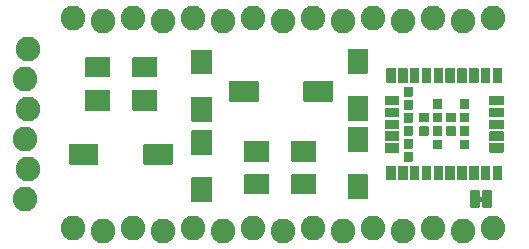
<source format=gbr>
%TF.GenerationSoftware,KiCad,Pcbnew,5.1.10*%
%TF.CreationDate,2021-05-04T23:01:40-04:00*%
%TF.ProjectId,NINA-W102_minimal_breakout,4e494e41-2d57-4313-9032-5f6d696e696d,0.5*%
%TF.SameCoordinates,Original*%
%TF.FileFunction,Soldermask,Top*%
%TF.FilePolarity,Negative*%
%FSLAX46Y46*%
G04 Gerber Fmt 4.6, Leading zero omitted, Abs format (unit mm)*
G04 Created by KiCad (PCBNEW 5.1.10) date 2021-05-04 23:01:40*
%MOMM*%
%LPD*%
G01*
G04 APERTURE LIST*
%ADD10C,0.400000*%
%ADD11C,2.082800*%
G04 APERTURE END LIST*
D10*
%TO.C,JP1*%
X144838420Y-112763300D02*
X145224500Y-112763300D01*
%TD*%
%TO.C,SW2*%
G36*
G01*
X130016250Y-104430830D02*
X130016250Y-102833170D01*
G75*
G02*
X130117850Y-102731570I101600J0D01*
G01*
X132416550Y-102731570D01*
G75*
G02*
X132518150Y-102833170I0J-101600D01*
G01*
X132518150Y-104430830D01*
G75*
G02*
X132416550Y-104532430I-101600J0D01*
G01*
X130117850Y-104532430D01*
G75*
G02*
X130016250Y-104430830I0J101600D01*
G01*
G37*
G36*
G01*
X123717050Y-104430830D02*
X123717050Y-102833170D01*
G75*
G02*
X123818650Y-102731570I101600J0D01*
G01*
X126117350Y-102731570D01*
G75*
G02*
X126218950Y-102833170I0J-101600D01*
G01*
X126218950Y-104430830D01*
G75*
G02*
X126117350Y-104532430I-101600J0D01*
G01*
X123818650Y-104532430D01*
G75*
G02*
X123717050Y-104430830I0J101600D01*
G01*
G37*
%TD*%
%TO.C,SW1*%
G36*
G01*
X112655350Y-108167170D02*
X112655350Y-109764830D01*
G75*
G02*
X112553750Y-109866430I-101600J0D01*
G01*
X110255050Y-109866430D01*
G75*
G02*
X110153450Y-109764830I0J101600D01*
G01*
X110153450Y-108167170D01*
G75*
G02*
X110255050Y-108065570I101600J0D01*
G01*
X112553750Y-108065570D01*
G75*
G02*
X112655350Y-108167170I0J-101600D01*
G01*
G37*
G36*
G01*
X118954550Y-108167170D02*
X118954550Y-109764830D01*
G75*
G02*
X118852950Y-109866430I-101600J0D01*
G01*
X116554250Y-109866430D01*
G75*
G02*
X116452650Y-109764830I0J101600D01*
G01*
X116452650Y-108167170D01*
G75*
G02*
X116554250Y-108065570I101600J0D01*
G01*
X118852950Y-108065570D01*
G75*
G02*
X118954550Y-108167170I0J-101600D01*
G01*
G37*
%TD*%
D11*
%TO.C,J3*%
X106680000Y-100076000D03*
X106430000Y-102616000D03*
X106680000Y-105156000D03*
X106430000Y-107696000D03*
X106680000Y-110236000D03*
X106430000Y-112776000D03*
%TD*%
%TO.C,C1*%
G36*
G01*
X135420000Y-106142800D02*
X133820000Y-106142800D01*
G75*
G02*
X133769200Y-106092000I0J50800D01*
G01*
X133769200Y-104092000D01*
G75*
G02*
X133820000Y-104041200I50800J0D01*
G01*
X135420000Y-104041200D01*
G75*
G02*
X135470800Y-104092000I0J-50800D01*
G01*
X135470800Y-106092000D01*
G75*
G02*
X135420000Y-106142800I-50800J0D01*
G01*
G37*
G36*
G01*
X135420000Y-102142800D02*
X133820000Y-102142800D01*
G75*
G02*
X133769200Y-102092000I0J50800D01*
G01*
X133769200Y-100092000D01*
G75*
G02*
X133820000Y-100041200I50800J0D01*
G01*
X135420000Y-100041200D01*
G75*
G02*
X135470800Y-100092000I0J-50800D01*
G01*
X135470800Y-102092000D01*
G75*
G02*
X135420000Y-102142800I-50800J0D01*
G01*
G37*
%TD*%
%TO.C,C2*%
G36*
G01*
X135420000Y-112778800D02*
X133820000Y-112778800D01*
G75*
G02*
X133769200Y-112728000I0J50800D01*
G01*
X133769200Y-110728000D01*
G75*
G02*
X133820000Y-110677200I50800J0D01*
G01*
X135420000Y-110677200D01*
G75*
G02*
X135470800Y-110728000I0J-50800D01*
G01*
X135470800Y-112728000D01*
G75*
G02*
X135420000Y-112778800I-50800J0D01*
G01*
G37*
G36*
G01*
X135420000Y-108778800D02*
X133820000Y-108778800D01*
G75*
G02*
X133769200Y-108728000I0J50800D01*
G01*
X133769200Y-106728000D01*
G75*
G02*
X133820000Y-106677200I50800J0D01*
G01*
X135420000Y-106677200D01*
G75*
G02*
X135470800Y-106728000I0J-50800D01*
G01*
X135470800Y-108728000D01*
G75*
G02*
X135420000Y-108778800I-50800J0D01*
G01*
G37*
%TD*%
%TO.C,C3*%
G36*
G01*
X111535200Y-102400000D02*
X111535200Y-100800000D01*
G75*
G02*
X111586000Y-100749200I50800J0D01*
G01*
X113586000Y-100749200D01*
G75*
G02*
X113636800Y-100800000I0J-50800D01*
G01*
X113636800Y-102400000D01*
G75*
G02*
X113586000Y-102450800I-50800J0D01*
G01*
X111586000Y-102450800D01*
G75*
G02*
X111535200Y-102400000I0J50800D01*
G01*
G37*
G36*
G01*
X115535200Y-102400000D02*
X115535200Y-100800000D01*
G75*
G02*
X115586000Y-100749200I50800J0D01*
G01*
X117586000Y-100749200D01*
G75*
G02*
X117636800Y-100800000I0J-50800D01*
G01*
X117636800Y-102400000D01*
G75*
G02*
X117586000Y-102450800I-50800J0D01*
G01*
X115586000Y-102450800D01*
G75*
G02*
X115535200Y-102400000I0J50800D01*
G01*
G37*
%TD*%
%TO.C,C4*%
G36*
G01*
X124997200Y-112306000D02*
X124997200Y-110706000D01*
G75*
G02*
X125048000Y-110655200I50800J0D01*
G01*
X127048000Y-110655200D01*
G75*
G02*
X127098800Y-110706000I0J-50800D01*
G01*
X127098800Y-112306000D01*
G75*
G02*
X127048000Y-112356800I-50800J0D01*
G01*
X125048000Y-112356800D01*
G75*
G02*
X124997200Y-112306000I0J50800D01*
G01*
G37*
G36*
G01*
X128997200Y-112306000D02*
X128997200Y-110706000D01*
G75*
G02*
X129048000Y-110655200I50800J0D01*
G01*
X131048000Y-110655200D01*
G75*
G02*
X131098800Y-110706000I0J-50800D01*
G01*
X131098800Y-112306000D01*
G75*
G02*
X131048000Y-112356800I-50800J0D01*
G01*
X129048000Y-112356800D01*
G75*
G02*
X128997200Y-112306000I0J50800D01*
G01*
G37*
%TD*%
%TO.C,D1*%
G36*
G01*
X120562000Y-106931200D02*
X122262000Y-106931200D01*
G75*
G02*
X122312800Y-106982000I0J-50800D01*
G01*
X122312800Y-108982000D01*
G75*
G02*
X122262000Y-109032800I-50800J0D01*
G01*
X120562000Y-109032800D01*
G75*
G02*
X120511200Y-108982000I0J50800D01*
G01*
X120511200Y-106982000D01*
G75*
G02*
X120562000Y-106931200I50800J0D01*
G01*
G37*
G36*
G01*
X120562000Y-110931200D02*
X122262000Y-110931200D01*
G75*
G02*
X122312800Y-110982000I0J-50800D01*
G01*
X122312800Y-112982000D01*
G75*
G02*
X122262000Y-113032800I-50800J0D01*
G01*
X120562000Y-113032800D01*
G75*
G02*
X120511200Y-112982000I0J50800D01*
G01*
X120511200Y-110982000D01*
G75*
G02*
X120562000Y-110931200I50800J0D01*
G01*
G37*
%TD*%
%TO.C,R1*%
G36*
G01*
X122262000Y-106206800D02*
X120562000Y-106206800D01*
G75*
G02*
X120511200Y-106156000I0J50800D01*
G01*
X120511200Y-104156000D01*
G75*
G02*
X120562000Y-104105200I50800J0D01*
G01*
X122262000Y-104105200D01*
G75*
G02*
X122312800Y-104156000I0J-50800D01*
G01*
X122312800Y-106156000D01*
G75*
G02*
X122262000Y-106206800I-50800J0D01*
G01*
G37*
G36*
G01*
X122262000Y-102206800D02*
X120562000Y-102206800D01*
G75*
G02*
X120511200Y-102156000I0J50800D01*
G01*
X120511200Y-100156000D01*
G75*
G02*
X120562000Y-100105200I50800J0D01*
G01*
X122262000Y-100105200D01*
G75*
G02*
X122312800Y-100156000I0J-50800D01*
G01*
X122312800Y-102156000D01*
G75*
G02*
X122262000Y-102206800I-50800J0D01*
G01*
G37*
%TD*%
%TO.C,R2*%
G36*
G01*
X117636800Y-103544000D02*
X117636800Y-105244000D01*
G75*
G02*
X117586000Y-105294800I-50800J0D01*
G01*
X115586000Y-105294800D01*
G75*
G02*
X115535200Y-105244000I0J50800D01*
G01*
X115535200Y-103544000D01*
G75*
G02*
X115586000Y-103493200I50800J0D01*
G01*
X117586000Y-103493200D01*
G75*
G02*
X117636800Y-103544000I0J-50800D01*
G01*
G37*
G36*
G01*
X113636800Y-103544000D02*
X113636800Y-105244000D01*
G75*
G02*
X113586000Y-105294800I-50800J0D01*
G01*
X111586000Y-105294800D01*
G75*
G02*
X111535200Y-105244000I0J50800D01*
G01*
X111535200Y-103544000D01*
G75*
G02*
X111586000Y-103493200I50800J0D01*
G01*
X113586000Y-103493200D01*
G75*
G02*
X113636800Y-103544000I0J-50800D01*
G01*
G37*
%TD*%
%TO.C,R3*%
G36*
G01*
X131098800Y-107862000D02*
X131098800Y-109562000D01*
G75*
G02*
X131048000Y-109612800I-50800J0D01*
G01*
X129048000Y-109612800D01*
G75*
G02*
X128997200Y-109562000I0J50800D01*
G01*
X128997200Y-107862000D01*
G75*
G02*
X129048000Y-107811200I50800J0D01*
G01*
X131048000Y-107811200D01*
G75*
G02*
X131098800Y-107862000I0J-50800D01*
G01*
G37*
G36*
G01*
X127098800Y-107862000D02*
X127098800Y-109562000D01*
G75*
G02*
X127048000Y-109612800I-50800J0D01*
G01*
X125048000Y-109612800D01*
G75*
G02*
X124997200Y-109562000I0J50800D01*
G01*
X124997200Y-107862000D01*
G75*
G02*
X125048000Y-107811200I50800J0D01*
G01*
X127048000Y-107811200D01*
G75*
G02*
X127098800Y-107862000I0J-50800D01*
G01*
G37*
%TD*%
%TO.C,U1*%
G36*
G01*
X137036200Y-111130001D02*
X137036200Y-109979999D01*
G75*
G02*
X137086999Y-109929200I50799J0D01*
G01*
X137787001Y-109929200D01*
G75*
G02*
X137837800Y-109979999I0J-50799D01*
G01*
X137837800Y-111130001D01*
G75*
G02*
X137787001Y-111180800I-50799J0D01*
G01*
X137086999Y-111180800D01*
G75*
G02*
X137036200Y-111130001I0J50799D01*
G01*
G37*
G36*
G01*
X138036200Y-111130001D02*
X138036200Y-109979999D01*
G75*
G02*
X138086999Y-109929200I50799J0D01*
G01*
X138787001Y-109929200D01*
G75*
G02*
X138837800Y-109979999I0J-50799D01*
G01*
X138837800Y-111130001D01*
G75*
G02*
X138787001Y-111180800I-50799J0D01*
G01*
X138086999Y-111180800D01*
G75*
G02*
X138036200Y-111130001I0J50799D01*
G01*
G37*
G36*
G01*
X139036200Y-111130001D02*
X139036200Y-109979999D01*
G75*
G02*
X139086999Y-109929200I50799J0D01*
G01*
X139787001Y-109929200D01*
G75*
G02*
X139837800Y-109979999I0J-50799D01*
G01*
X139837800Y-111130001D01*
G75*
G02*
X139787001Y-111180800I-50799J0D01*
G01*
X139086999Y-111180800D01*
G75*
G02*
X139036200Y-111130001I0J50799D01*
G01*
G37*
G36*
G01*
X140036200Y-111130001D02*
X140036200Y-109979999D01*
G75*
G02*
X140086999Y-109929200I50799J0D01*
G01*
X140787001Y-109929200D01*
G75*
G02*
X140837800Y-109979999I0J-50799D01*
G01*
X140837800Y-111130001D01*
G75*
G02*
X140787001Y-111180800I-50799J0D01*
G01*
X140086999Y-111180800D01*
G75*
G02*
X140036200Y-111130001I0J50799D01*
G01*
G37*
G36*
G01*
X141036200Y-111130001D02*
X141036200Y-109979999D01*
G75*
G02*
X141086999Y-109929200I50799J0D01*
G01*
X141787001Y-109929200D01*
G75*
G02*
X141837800Y-109979999I0J-50799D01*
G01*
X141837800Y-111130001D01*
G75*
G02*
X141787001Y-111180800I-50799J0D01*
G01*
X141086999Y-111180800D01*
G75*
G02*
X141036200Y-111130001I0J50799D01*
G01*
G37*
G36*
G01*
X142036200Y-111130001D02*
X142036200Y-109979999D01*
G75*
G02*
X142086999Y-109929200I50799J0D01*
G01*
X142787001Y-109929200D01*
G75*
G02*
X142837800Y-109979999I0J-50799D01*
G01*
X142837800Y-111130001D01*
G75*
G02*
X142787001Y-111180800I-50799J0D01*
G01*
X142086999Y-111180800D01*
G75*
G02*
X142036200Y-111130001I0J50799D01*
G01*
G37*
G36*
G01*
X143036200Y-111130001D02*
X143036200Y-109979999D01*
G75*
G02*
X143086999Y-109929200I50799J0D01*
G01*
X143787001Y-109929200D01*
G75*
G02*
X143837800Y-109979999I0J-50799D01*
G01*
X143837800Y-111130001D01*
G75*
G02*
X143787001Y-111180800I-50799J0D01*
G01*
X143086999Y-111180800D01*
G75*
G02*
X143036200Y-111130001I0J50799D01*
G01*
G37*
G36*
G01*
X144036200Y-111130001D02*
X144036200Y-109979999D01*
G75*
G02*
X144086999Y-109929200I50799J0D01*
G01*
X144787001Y-109929200D01*
G75*
G02*
X144837800Y-109979999I0J-50799D01*
G01*
X144837800Y-111130001D01*
G75*
G02*
X144787001Y-111180800I-50799J0D01*
G01*
X144086999Y-111180800D01*
G75*
G02*
X144036200Y-111130001I0J50799D01*
G01*
G37*
G36*
G01*
X145036200Y-111130001D02*
X145036200Y-109979999D01*
G75*
G02*
X145086999Y-109929200I50799J0D01*
G01*
X145787001Y-109929200D01*
G75*
G02*
X145837800Y-109979999I0J-50799D01*
G01*
X145837800Y-111130001D01*
G75*
G02*
X145787001Y-111180800I-50799J0D01*
G01*
X145086999Y-111180800D01*
G75*
G02*
X145036200Y-111130001I0J50799D01*
G01*
G37*
G36*
G01*
X146036200Y-111130001D02*
X146036200Y-109979999D01*
G75*
G02*
X146086999Y-109929200I50799J0D01*
G01*
X146787001Y-109929200D01*
G75*
G02*
X146837800Y-109979999I0J-50799D01*
G01*
X146837800Y-111130001D01*
G75*
G02*
X146787001Y-111180800I-50799J0D01*
G01*
X146086999Y-111180800D01*
G75*
G02*
X146036200Y-111130001I0J50799D01*
G01*
G37*
G36*
G01*
X146937001Y-108830800D02*
X145786999Y-108830800D01*
G75*
G02*
X145736200Y-108780001I0J50799D01*
G01*
X145736200Y-108079999D01*
G75*
G02*
X145786999Y-108029200I50799J0D01*
G01*
X146937001Y-108029200D01*
G75*
G02*
X146987800Y-108079999I0J-50799D01*
G01*
X146987800Y-108780001D01*
G75*
G02*
X146937001Y-108830800I-50799J0D01*
G01*
G37*
G36*
G01*
X146937001Y-107830800D02*
X145786999Y-107830800D01*
G75*
G02*
X145736200Y-107780001I0J50799D01*
G01*
X145736200Y-107079999D01*
G75*
G02*
X145786999Y-107029200I50799J0D01*
G01*
X146937001Y-107029200D01*
G75*
G02*
X146987800Y-107079999I0J-50799D01*
G01*
X146987800Y-107780001D01*
G75*
G02*
X146937001Y-107830800I-50799J0D01*
G01*
G37*
G36*
G01*
X146937001Y-106830800D02*
X145786999Y-106830800D01*
G75*
G02*
X145736200Y-106780001I0J50799D01*
G01*
X145736200Y-106079999D01*
G75*
G02*
X145786999Y-106029200I50799J0D01*
G01*
X146937001Y-106029200D01*
G75*
G02*
X146987800Y-106079999I0J-50799D01*
G01*
X146987800Y-106780001D01*
G75*
G02*
X146937001Y-106830800I-50799J0D01*
G01*
G37*
G36*
G01*
X146937001Y-105830800D02*
X145786999Y-105830800D01*
G75*
G02*
X145736200Y-105780001I0J50799D01*
G01*
X145736200Y-105079999D01*
G75*
G02*
X145786999Y-105029200I50799J0D01*
G01*
X146937001Y-105029200D01*
G75*
G02*
X146987800Y-105079999I0J-50799D01*
G01*
X146987800Y-105780001D01*
G75*
G02*
X146937001Y-105830800I-50799J0D01*
G01*
G37*
G36*
G01*
X146937001Y-104830800D02*
X145786999Y-104830800D01*
G75*
G02*
X145736200Y-104780001I0J50799D01*
G01*
X145736200Y-104079999D01*
G75*
G02*
X145786999Y-104029200I50799J0D01*
G01*
X146937001Y-104029200D01*
G75*
G02*
X146987800Y-104079999I0J-50799D01*
G01*
X146987800Y-104780001D01*
G75*
G02*
X146937001Y-104830800I-50799J0D01*
G01*
G37*
G36*
G01*
X146036200Y-102880001D02*
X146036200Y-101729999D01*
G75*
G02*
X146086999Y-101679200I50799J0D01*
G01*
X146787001Y-101679200D01*
G75*
G02*
X146837800Y-101729999I0J-50799D01*
G01*
X146837800Y-102880001D01*
G75*
G02*
X146787001Y-102930800I-50799J0D01*
G01*
X146086999Y-102930800D01*
G75*
G02*
X146036200Y-102880001I0J50799D01*
G01*
G37*
G36*
G01*
X145036200Y-102880001D02*
X145036200Y-101729999D01*
G75*
G02*
X145086999Y-101679200I50799J0D01*
G01*
X145787001Y-101679200D01*
G75*
G02*
X145837800Y-101729999I0J-50799D01*
G01*
X145837800Y-102880001D01*
G75*
G02*
X145787001Y-102930800I-50799J0D01*
G01*
X145086999Y-102930800D01*
G75*
G02*
X145036200Y-102880001I0J50799D01*
G01*
G37*
G36*
G01*
X144036200Y-102880001D02*
X144036200Y-101729999D01*
G75*
G02*
X144086999Y-101679200I50799J0D01*
G01*
X144787001Y-101679200D01*
G75*
G02*
X144837800Y-101729999I0J-50799D01*
G01*
X144837800Y-102880001D01*
G75*
G02*
X144787001Y-102930800I-50799J0D01*
G01*
X144086999Y-102930800D01*
G75*
G02*
X144036200Y-102880001I0J50799D01*
G01*
G37*
G36*
G01*
X143036200Y-102880001D02*
X143036200Y-101729999D01*
G75*
G02*
X143086999Y-101679200I50799J0D01*
G01*
X143787001Y-101679200D01*
G75*
G02*
X143837800Y-101729999I0J-50799D01*
G01*
X143837800Y-102880001D01*
G75*
G02*
X143787001Y-102930800I-50799J0D01*
G01*
X143086999Y-102930800D01*
G75*
G02*
X143036200Y-102880001I0J50799D01*
G01*
G37*
G36*
G01*
X142036200Y-102880001D02*
X142036200Y-101729999D01*
G75*
G02*
X142086999Y-101679200I50799J0D01*
G01*
X142787001Y-101679200D01*
G75*
G02*
X142837800Y-101729999I0J-50799D01*
G01*
X142837800Y-102880001D01*
G75*
G02*
X142787001Y-102930800I-50799J0D01*
G01*
X142086999Y-102930800D01*
G75*
G02*
X142036200Y-102880001I0J50799D01*
G01*
G37*
G36*
G01*
X141036200Y-102880001D02*
X141036200Y-101729999D01*
G75*
G02*
X141086999Y-101679200I50799J0D01*
G01*
X141787001Y-101679200D01*
G75*
G02*
X141837800Y-101729999I0J-50799D01*
G01*
X141837800Y-102880001D01*
G75*
G02*
X141787001Y-102930800I-50799J0D01*
G01*
X141086999Y-102930800D01*
G75*
G02*
X141036200Y-102880001I0J50799D01*
G01*
G37*
G36*
G01*
X140036200Y-102880001D02*
X140036200Y-101729999D01*
G75*
G02*
X140086999Y-101679200I50799J0D01*
G01*
X140787001Y-101679200D01*
G75*
G02*
X140837800Y-101729999I0J-50799D01*
G01*
X140837800Y-102880001D01*
G75*
G02*
X140787001Y-102930800I-50799J0D01*
G01*
X140086999Y-102930800D01*
G75*
G02*
X140036200Y-102880001I0J50799D01*
G01*
G37*
G36*
G01*
X139036200Y-102880001D02*
X139036200Y-101729999D01*
G75*
G02*
X139086999Y-101679200I50799J0D01*
G01*
X139787001Y-101679200D01*
G75*
G02*
X139837800Y-101729999I0J-50799D01*
G01*
X139837800Y-102880001D01*
G75*
G02*
X139787001Y-102930800I-50799J0D01*
G01*
X139086999Y-102930800D01*
G75*
G02*
X139036200Y-102880001I0J50799D01*
G01*
G37*
G36*
G01*
X138036200Y-102880001D02*
X138036200Y-101729999D01*
G75*
G02*
X138086999Y-101679200I50799J0D01*
G01*
X138787001Y-101679200D01*
G75*
G02*
X138837800Y-101729999I0J-50799D01*
G01*
X138837800Y-102880001D01*
G75*
G02*
X138787001Y-102930800I-50799J0D01*
G01*
X138086999Y-102930800D01*
G75*
G02*
X138036200Y-102880001I0J50799D01*
G01*
G37*
G36*
G01*
X137036200Y-102880001D02*
X137036200Y-101729999D01*
G75*
G02*
X137086999Y-101679200I50799J0D01*
G01*
X137787001Y-101679200D01*
G75*
G02*
X137837800Y-101729999I0J-50799D01*
G01*
X137837800Y-102880001D01*
G75*
G02*
X137787001Y-102930800I-50799J0D01*
G01*
X137086999Y-102930800D01*
G75*
G02*
X137036200Y-102880001I0J50799D01*
G01*
G37*
G36*
G01*
X138087001Y-104830800D02*
X136936999Y-104830800D01*
G75*
G02*
X136886200Y-104780001I0J50799D01*
G01*
X136886200Y-104079999D01*
G75*
G02*
X136936999Y-104029200I50799J0D01*
G01*
X138087001Y-104029200D01*
G75*
G02*
X138137800Y-104079999I0J-50799D01*
G01*
X138137800Y-104780001D01*
G75*
G02*
X138087001Y-104830800I-50799J0D01*
G01*
G37*
G36*
G01*
X138087001Y-105830800D02*
X136936999Y-105830800D01*
G75*
G02*
X136886200Y-105780001I0J50799D01*
G01*
X136886200Y-105079999D01*
G75*
G02*
X136936999Y-105029200I50799J0D01*
G01*
X138087001Y-105029200D01*
G75*
G02*
X138137800Y-105079999I0J-50799D01*
G01*
X138137800Y-105780001D01*
G75*
G02*
X138087001Y-105830800I-50799J0D01*
G01*
G37*
G36*
G01*
X138087001Y-106830800D02*
X136936999Y-106830800D01*
G75*
G02*
X136886200Y-106780001I0J50799D01*
G01*
X136886200Y-106079999D01*
G75*
G02*
X136936999Y-106029200I50799J0D01*
G01*
X138087001Y-106029200D01*
G75*
G02*
X138137800Y-106079999I0J-50799D01*
G01*
X138137800Y-106780001D01*
G75*
G02*
X138087001Y-106830800I-50799J0D01*
G01*
G37*
G36*
G01*
X138087001Y-107830800D02*
X136936999Y-107830800D01*
G75*
G02*
X136886200Y-107780001I0J50799D01*
G01*
X136886200Y-107079999D01*
G75*
G02*
X136936999Y-107029200I50799J0D01*
G01*
X138087001Y-107029200D01*
G75*
G02*
X138137800Y-107079999I0J-50799D01*
G01*
X138137800Y-107780001D01*
G75*
G02*
X138087001Y-107830800I-50799J0D01*
G01*
G37*
G36*
G01*
X138087001Y-108830800D02*
X136936999Y-108830800D01*
G75*
G02*
X136886200Y-108780001I0J50799D01*
G01*
X136886200Y-108079999D01*
G75*
G02*
X136936999Y-108029200I50799J0D01*
G01*
X138087001Y-108029200D01*
G75*
G02*
X138137800Y-108079999I0J-50799D01*
G01*
X138137800Y-108780001D01*
G75*
G02*
X138087001Y-108830800I-50799J0D01*
G01*
G37*
G36*
G01*
X139237001Y-109580800D02*
X138536999Y-109580800D01*
G75*
G02*
X138486200Y-109530001I0J50799D01*
G01*
X138486200Y-108829999D01*
G75*
G02*
X138536999Y-108779200I50799J0D01*
G01*
X139237001Y-108779200D01*
G75*
G02*
X139287800Y-108829999I0J-50799D01*
G01*
X139287800Y-109530001D01*
G75*
G02*
X139237001Y-109580800I-50799J0D01*
G01*
G37*
G36*
G01*
X139237001Y-108480800D02*
X138536999Y-108480800D01*
G75*
G02*
X138486200Y-108430001I0J50799D01*
G01*
X138486200Y-107729999D01*
G75*
G02*
X138536999Y-107679200I50799J0D01*
G01*
X139237001Y-107679200D01*
G75*
G02*
X139287800Y-107729999I0J-50799D01*
G01*
X139287800Y-108430001D01*
G75*
G02*
X139237001Y-108480800I-50799J0D01*
G01*
G37*
G36*
G01*
X139237001Y-107380800D02*
X138536999Y-107380800D01*
G75*
G02*
X138486200Y-107330001I0J50799D01*
G01*
X138486200Y-106629999D01*
G75*
G02*
X138536999Y-106579200I50799J0D01*
G01*
X139237001Y-106579200D01*
G75*
G02*
X139287800Y-106629999I0J-50799D01*
G01*
X139287800Y-107330001D01*
G75*
G02*
X139237001Y-107380800I-50799J0D01*
G01*
G37*
G36*
G01*
X139237001Y-106280800D02*
X138536999Y-106280800D01*
G75*
G02*
X138486200Y-106230001I0J50799D01*
G01*
X138486200Y-105529999D01*
G75*
G02*
X138536999Y-105479200I50799J0D01*
G01*
X139237001Y-105479200D01*
G75*
G02*
X139287800Y-105529999I0J-50799D01*
G01*
X139287800Y-106230001D01*
G75*
G02*
X139237001Y-106280800I-50799J0D01*
G01*
G37*
G36*
G01*
X139237001Y-105180800D02*
X138536999Y-105180800D01*
G75*
G02*
X138486200Y-105130001I0J50799D01*
G01*
X138486200Y-104429999D01*
G75*
G02*
X138536999Y-104379200I50799J0D01*
G01*
X139237001Y-104379200D01*
G75*
G02*
X139287800Y-104429999I0J-50799D01*
G01*
X139287800Y-105130001D01*
G75*
G02*
X139237001Y-105180800I-50799J0D01*
G01*
G37*
G36*
G01*
X139237001Y-104080800D02*
X138536999Y-104080800D01*
G75*
G02*
X138486200Y-104030001I0J50799D01*
G01*
X138486200Y-103329999D01*
G75*
G02*
X138536999Y-103279200I50799J0D01*
G01*
X139237001Y-103279200D01*
G75*
G02*
X139287800Y-103329999I0J-50799D01*
G01*
X139287800Y-104030001D01*
G75*
G02*
X139237001Y-104080800I-50799J0D01*
G01*
G37*
G36*
G01*
X140567001Y-107405800D02*
X139866999Y-107405800D01*
G75*
G02*
X139816200Y-107355001I0J50799D01*
G01*
X139816200Y-106654999D01*
G75*
G02*
X139866999Y-106604200I50799J0D01*
G01*
X140567001Y-106604200D01*
G75*
G02*
X140617800Y-106654999I0J-50799D01*
G01*
X140617800Y-107355001D01*
G75*
G02*
X140567001Y-107405800I-50799J0D01*
G01*
G37*
G36*
G01*
X140567001Y-106255800D02*
X139866999Y-106255800D01*
G75*
G02*
X139816200Y-106205001I0J50799D01*
G01*
X139816200Y-105504999D01*
G75*
G02*
X139866999Y-105454200I50799J0D01*
G01*
X140567001Y-105454200D01*
G75*
G02*
X140617800Y-105504999I0J-50799D01*
G01*
X140617800Y-106205001D01*
G75*
G02*
X140567001Y-106255800I-50799J0D01*
G01*
G37*
G36*
G01*
X141717001Y-108555800D02*
X141016999Y-108555800D01*
G75*
G02*
X140966200Y-108505001I0J50799D01*
G01*
X140966200Y-107804999D01*
G75*
G02*
X141016999Y-107754200I50799J0D01*
G01*
X141717001Y-107754200D01*
G75*
G02*
X141767800Y-107804999I0J-50799D01*
G01*
X141767800Y-108505001D01*
G75*
G02*
X141717001Y-108555800I-50799J0D01*
G01*
G37*
G36*
G01*
X141717001Y-107405800D02*
X141016999Y-107405800D01*
G75*
G02*
X140966200Y-107355001I0J50799D01*
G01*
X140966200Y-106654999D01*
G75*
G02*
X141016999Y-106604200I50799J0D01*
G01*
X141717001Y-106604200D01*
G75*
G02*
X141767800Y-106654999I0J-50799D01*
G01*
X141767800Y-107355001D01*
G75*
G02*
X141717001Y-107405800I-50799J0D01*
G01*
G37*
G36*
G01*
X141717001Y-106255800D02*
X141016999Y-106255800D01*
G75*
G02*
X140966200Y-106205001I0J50799D01*
G01*
X140966200Y-105504999D01*
G75*
G02*
X141016999Y-105454200I50799J0D01*
G01*
X141717001Y-105454200D01*
G75*
G02*
X141767800Y-105504999I0J-50799D01*
G01*
X141767800Y-106205001D01*
G75*
G02*
X141717001Y-106255800I-50799J0D01*
G01*
G37*
G36*
G01*
X141717001Y-105105800D02*
X141016999Y-105105800D01*
G75*
G02*
X140966200Y-105055001I0J50799D01*
G01*
X140966200Y-104354999D01*
G75*
G02*
X141016999Y-104304200I50799J0D01*
G01*
X141717001Y-104304200D01*
G75*
G02*
X141767800Y-104354999I0J-50799D01*
G01*
X141767800Y-105055001D01*
G75*
G02*
X141717001Y-105105800I-50799J0D01*
G01*
G37*
G36*
G01*
X142867001Y-107405800D02*
X142166999Y-107405800D01*
G75*
G02*
X142116200Y-107355001I0J50799D01*
G01*
X142116200Y-106654999D01*
G75*
G02*
X142166999Y-106604200I50799J0D01*
G01*
X142867001Y-106604200D01*
G75*
G02*
X142917800Y-106654999I0J-50799D01*
G01*
X142917800Y-107355001D01*
G75*
G02*
X142867001Y-107405800I-50799J0D01*
G01*
G37*
G36*
G01*
X142867001Y-106255800D02*
X142166999Y-106255800D01*
G75*
G02*
X142116200Y-106205001I0J50799D01*
G01*
X142116200Y-105504999D01*
G75*
G02*
X142166999Y-105454200I50799J0D01*
G01*
X142867001Y-105454200D01*
G75*
G02*
X142917800Y-105504999I0J-50799D01*
G01*
X142917800Y-106205001D01*
G75*
G02*
X142867001Y-106255800I-50799J0D01*
G01*
G37*
G36*
G01*
X144017001Y-108555800D02*
X143316999Y-108555800D01*
G75*
G02*
X143266200Y-108505001I0J50799D01*
G01*
X143266200Y-107804999D01*
G75*
G02*
X143316999Y-107754200I50799J0D01*
G01*
X144017001Y-107754200D01*
G75*
G02*
X144067800Y-107804999I0J-50799D01*
G01*
X144067800Y-108505001D01*
G75*
G02*
X144017001Y-108555800I-50799J0D01*
G01*
G37*
G36*
G01*
X144017001Y-107405800D02*
X143316999Y-107405800D01*
G75*
G02*
X143266200Y-107355001I0J50799D01*
G01*
X143266200Y-106654999D01*
G75*
G02*
X143316999Y-106604200I50799J0D01*
G01*
X144017001Y-106604200D01*
G75*
G02*
X144067800Y-106654999I0J-50799D01*
G01*
X144067800Y-107355001D01*
G75*
G02*
X144017001Y-107405800I-50799J0D01*
G01*
G37*
G36*
G01*
X144017001Y-106255800D02*
X143316999Y-106255800D01*
G75*
G02*
X143266200Y-106205001I0J50799D01*
G01*
X143266200Y-105504999D01*
G75*
G02*
X143316999Y-105454200I50799J0D01*
G01*
X144017001Y-105454200D01*
G75*
G02*
X144067800Y-105504999I0J-50799D01*
G01*
X144067800Y-106205001D01*
G75*
G02*
X144017001Y-106255800I-50799J0D01*
G01*
G37*
G36*
G01*
X144017001Y-105105800D02*
X143316999Y-105105800D01*
G75*
G02*
X143266200Y-105055001I0J50799D01*
G01*
X143266200Y-104354999D01*
G75*
G02*
X143316999Y-104304200I50799J0D01*
G01*
X144017001Y-104304200D01*
G75*
G02*
X144067800Y-104354999I0J-50799D01*
G01*
X144067800Y-105055001D01*
G75*
G02*
X144017001Y-105105800I-50799J0D01*
G01*
G37*
%TD*%
%TO.C,JP1*%
G36*
G01*
X144106900Y-113398300D02*
X144106900Y-112128300D01*
G75*
G02*
X144208500Y-112026700I101600J0D01*
G01*
X144843500Y-112026700D01*
G75*
G02*
X144945100Y-112128300I0J-101600D01*
G01*
X144945100Y-113398300D01*
G75*
G02*
X144843500Y-113499900I-101600J0D01*
G01*
X144208500Y-113499900D01*
G75*
G02*
X144106900Y-113398300I0J101600D01*
G01*
G37*
G36*
G01*
X145122900Y-113398300D02*
X145122900Y-112128300D01*
G75*
G02*
X145224500Y-112026700I101600J0D01*
G01*
X145859500Y-112026700D01*
G75*
G02*
X145961100Y-112128300I0J-101600D01*
G01*
X145961100Y-113398300D01*
G75*
G02*
X145859500Y-113499900I-101600J0D01*
G01*
X145224500Y-113499900D01*
G75*
G02*
X145122900Y-113398300I0J101600D01*
G01*
G37*
%TD*%
%TO.C,J2*%
X110490000Y-97409000D03*
X113030000Y-97663000D03*
X115570000Y-97409000D03*
X118110000Y-97663000D03*
X120650000Y-97409000D03*
X123190000Y-97663000D03*
X125730000Y-97409000D03*
X128270000Y-97663000D03*
X130810000Y-97409000D03*
X133350000Y-97663000D03*
X135890000Y-97409000D03*
X138430000Y-97663000D03*
X140970000Y-97409000D03*
X143510000Y-97663000D03*
X146050000Y-97409000D03*
%TD*%
%TO.C,J1*%
X110490000Y-115189000D03*
X113030000Y-115443000D03*
X115570000Y-115189000D03*
X118110000Y-115443000D03*
X120650000Y-115189000D03*
X123190000Y-115443000D03*
X125730000Y-115189000D03*
X128270000Y-115443000D03*
X130810000Y-115189000D03*
X133350000Y-115443000D03*
X135890000Y-115189000D03*
X138430000Y-115443000D03*
X140970000Y-115189000D03*
X143510000Y-115443000D03*
X146050000Y-115189000D03*
%TD*%
M02*

</source>
